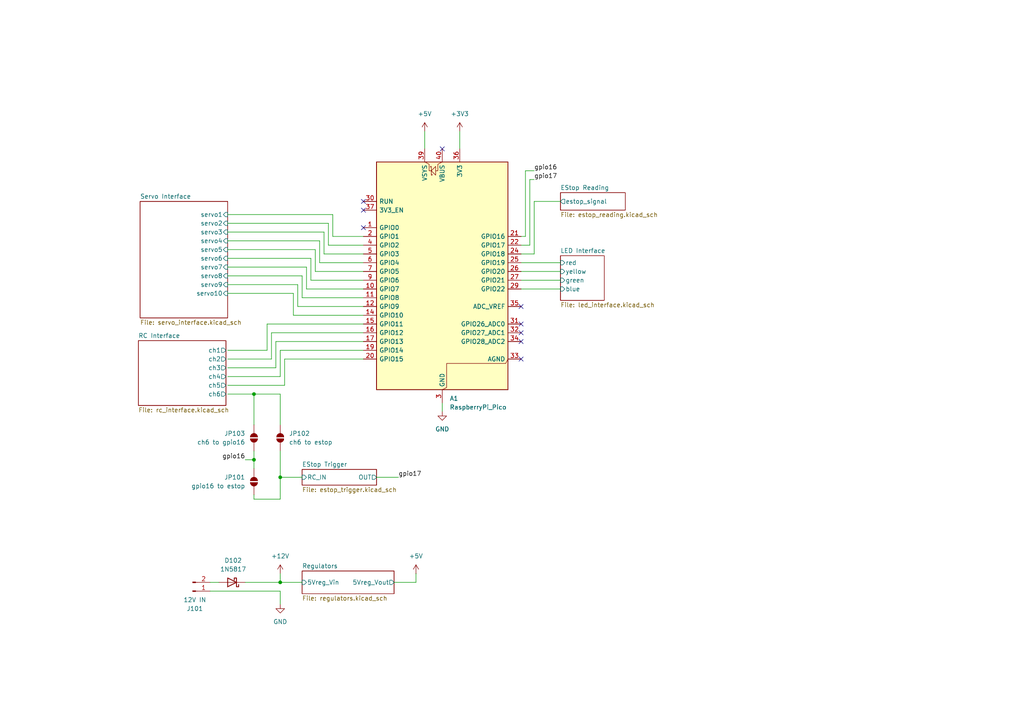
<source format=kicad_sch>
(kicad_sch (version 20250114) (generator "eeschema") (generator_version "9.0")
  (paper "A4")
  (lib_symbols
    (symbol "Connector:Conn_01x02_Pin" (pin_names (offset 1.016) (hide yes))
      (property "Reference" "J" (at 0 2.54 0))
      (property "Value" "Conn_01x02_Pin" (at 0 -5.08 0))
      (symbol "Conn_01x02_Pin_1_1"
        (rectangle (start 0.8636 0.127) (end 0 -0.127) (stroke (width 0.1524)) (fill (type outline)))
        (rectangle (start 0.8636 -2.413) (end 0 -2.667) (stroke (width 0.1524)) (fill (type outline)))
        (polyline (pts (xy 1.27 0) (xy 0.8636 0)) (stroke (width 0.1524)))
        (polyline (pts (xy 1.27 -2.54) (xy 0.8636 -2.54)) (stroke (width 0.1524)))
        (pin passive line (at 5.08 0 180) (length 3.81) (name "Pin_1") (number "1"))
        (pin passive line (at 5.08 -2.54 180) (length 3.81) (name "Pin_2") (number "2"))
      )
    )
    (symbol "Diode:1N5817" (pin_numbers (hide yes)) (pin_names (offset 1.016) (hide yes))
      (property "Reference" "D" (at 0 2.54 0))
      (property "Value" "1N5817" (at 0 -2.54 0))
      (symbol "1N5817_0_1"
        (polyline (pts (xy -1.905 0.635) (xy -1.905 1.27) (xy -1.27 1.27) (xy -1.27 -1.27) (xy -0.635 -1.27) (xy -0.635 -0.635)) (stroke (width 0.254)))
        (polyline (pts (xy 1.27 1.27) (xy 1.27 -1.27) (xy -1.27 0) (xy 1.27 1.27)) (stroke (width 0.254)))
        (polyline (pts (xy 1.27 0) (xy -1.27 0)))
      )
      (symbol "1N5817_1_1"
        (pin passive line (at -3.81 0 0) (length 2.54) (name "K") (number "1"))
        (pin passive line (at 3.81 0 180) (length 2.54) (name "A") (number "2"))
      )
    )
    (symbol "Jumper:SolderJumper_2_Open" (pin_numbers (hide yes)) (pin_names (offset 0) (hide yes)) (in_bom no)
      (property "Reference" "JP" (at 0 2.032 0))
      (property "Value" "SolderJumper_2_Open" (at 0 -2.54 0))
      (symbol "SolderJumper_2_Open_0_1"
        (polyline (pts (xy -0.254 1.016) (xy -0.254 -1.016)))
        (arc (start -0.254 -1.016) (mid -1.2656 0) (end -0.254 1.016))
        (arc (start -0.254 -1.016) (mid -1.2656 0) (end -0.254 1.016) (fill (type outline)))
        (arc (start 0.254 1.016) (mid 1.2656 0) (end 0.254 -1.016))
        (arc (start 0.254 1.016) (mid 1.2656 0) (end 0.254 -1.016) (fill (type outline)))
        (polyline (pts (xy 0.254 1.016) (xy 0.254 -1.016)))
      )
      (symbol "SolderJumper_2_Open_1_1"
        (pin passive line (at -3.81 0 0) (length 2.54) (name "A") (number "1"))
        (pin passive line (at 3.81 0 180) (length 2.54) (name "B") (number "2"))
      )
    )
    (symbol "MCU_Module:RaspberryPi_Pico" (pin_names (offset 0.762))
      (property "Reference" "A" (at -19.05 35.56 0))
      (property "Value" "RaspberryPi_Pico" (at 7.62 35.56 0))
      (symbol "RaspberryPi_Pico_0_1"
        (rectangle (start -19.05 34.29) (end 19.05 -31.75) (stroke (width 0.254)) (fill (type background)))
        (polyline (pts (xy -5.08 34.29) (xy -3.81 33.655) (xy -3.81 31.75) (xy -3.175 31.75)))
        (polyline (pts (xy -3.429 32.766) (xy -3.429 33.02) (xy -3.175 33.02) (xy -3.175 30.48) (xy -2.921 30.48) (xy -2.921 30.734)))
        (polyline (pts (xy -3.175 31.75) (xy -1.905 33.02) (xy -1.905 30.48) (xy -3.175 31.75)))
        (polyline (pts (xy 0 34.29) (xy -1.27 33.655) (xy -1.27 31.75) (xy -1.905 31.75)))
        (polyline (pts (xy 0 -31.75) (xy 1.27 -31.115) (xy 1.27 -24.13) (xy 18.415 -24.13) (xy 19.05 -22.86)))
      )
      (symbol "RaspberryPi_Pico_1_1"
        (pin passive line (at -22.86 22.86 0) (length 3.81) (name "RUN") (number "30"))
        (pin passive line (at -22.86 20.32 0) (length 3.81) (name "3V3_EN") (number "37"))
        (pin bidirectional line (at -22.86 15.24 0) (length 3.81) (name "GPIO0") (number "1"))
        (pin bidirectional line (at -22.86 12.7 0) (length 3.81) (name "GPIO1") (number "2"))
        (pin bidirectional line (at -22.86 10.16 0) (length 3.81) (name "GPIO2") (number "4"))
        (pin bidirectional line (at -22.86 7.62 0) (length 3.81) (name "GPIO3") (number "5"))
        (pin bidirectional line (at -22.86 5.08 0) (length 3.81) (name "GPIO4") (number "6"))
        (pin bidirectional line (at -22.86 2.54 0) (length 3.81) (name "GPIO5") (number "7"))
        (pin bidirectional line (at -22.86 0 0) (length 3.81) (name "GPIO6") (number "9"))
        (pin bidirectional line (at -22.86 -2.54 0) (length 3.81) (name "GPIO7") (number "10"))
        (pin bidirectional line (at -22.86 -5.08 0) (length 3.81) (name "GPIO8") (number "11"))
        (pin bidirectional line (at -22.86 -7.62 0) (length 3.81) (name "GPIO9") (number "12"))
        (pin bidirectional line (at -22.86 -10.16 0) (length 3.81) (name "GPIO10") (number "14"))
        (pin bidirectional line (at -22.86 -12.7 0) (length 3.81) (name "GPIO11") (number "15"))
        (pin bidirectional line (at -22.86 -15.24 0) (length 3.81) (name "GPIO12") (number "16"))
        (pin bidirectional line (at -22.86 -17.78 0) (length 3.81) (name "GPIO13") (number "17"))
        (pin bidirectional line (at -22.86 -20.32 0) (length 3.81) (name "GPIO14") (number "19"))
        (pin bidirectional line (at -22.86 -22.86 0) (length 3.81) (name "GPIO15") (number "20"))
        (pin power_in line (at -5.08 38.1 270) (length 3.81) (name "VSYS") (number "39"))
        (pin power_out line (at 0 38.1 270) (length 3.81) (name "VBUS") (number "40"))
        (pin passive line (at 0 -35.56 90) (length 3.81) (hide yes) (name "GND") (number "13"))
        (pin passive line (at 0 -35.56 90) (length 3.81) (hide yes) (name "GND") (number "18"))
        (pin passive line (at 0 -35.56 90) (length 3.81) (hide yes) (name "GND") (number "23"))
        (pin passive line (at 0 -35.56 90) (length 3.81) (hide yes) (name "GND") (number "28"))
        (pin power_out line (at 0 -35.56 90) (length 3.81) (name "GND") (number "3"))
        (pin passive line (at 0 -35.56 90) (length 3.81) (hide yes) (name "GND") (number "38"))
        (pin passive line (at 0 -35.56 90) (length 3.81) (hide yes) (name "GND") (number "8"))
        (pin power_out line (at 5.08 38.1 270) (length 3.81) (name "3V3") (number "36"))
        (pin bidirectional line (at 22.86 12.7 180) (length 3.81) (name "GPIO16") (number "21"))
        (pin bidirectional line (at 22.86 10.16 180) (length 3.81) (name "GPIO17") (number "22"))
        (pin bidirectional line (at 22.86 7.62 180) (length 3.81) (name "GPIO18") (number "24"))
        (pin bidirectional line (at 22.86 5.08 180) (length 3.81) (name "GPIO19") (number "25"))
        (pin bidirectional line (at 22.86 2.54 180) (length 3.81) (name "GPIO20") (number "26"))
        (pin bidirectional line (at 22.86 0 180) (length 3.81) (name "GPIO21") (number "27"))
        (pin bidirectional line (at 22.86 -2.54 180) (length 3.81) (name "GPIO22") (number "29"))
        (pin power_in line (at 22.86 -7.62 180) (length 3.81) (name "ADC_VREF") (number "35"))
        (pin bidirectional line (at 22.86 -12.7 180) (length 3.81) (name "GPIO26_ADC0") (number "31"))
        (pin bidirectional line (at 22.86 -15.24 180) (length 3.81) (name "GPIO27_ADC1") (number "32"))
        (pin bidirectional line (at 22.86 -17.78 180) (length 3.81) (name "GPIO28_ADC2") (number "34"))
        (pin power_out line (at 22.86 -22.86 180) (length 3.81) (name "AGND") (number "33"))
      )
    )
    (symbol "power:+12V" (power) (pin_numbers (hide yes)) (pin_names (offset 0) (hide yes))
      (property "Value" "+12V" (at 0 3.556 0))
      (symbol "+12V_0_1"
        (polyline (pts (xy -0.762 1.27) (xy 0 2.54)))
        (polyline (pts (xy 0 2.54) (xy 0.762 1.27)))
        (polyline (pts (xy 0 0) (xy 0 2.54)))
      )
      (symbol "+12V_1_1"
        (pin power_in line (at 0 0 90) (length 0) (name "~") (number "1"))
      )
    )
    (symbol "power:+3V3" (power) (pin_numbers (hide yes)) (pin_names (offset 0) (hide yes))
      (property "Value" "+3V3" (at 0 3.556 0))
      (symbol "+3V3_0_1"
        (polyline (pts (xy -0.762 1.27) (xy 0 2.54)))
        (polyline (pts (xy 0 2.54) (xy 0.762 1.27)))
        (polyline (pts (xy 0 0) (xy 0 2.54)))
      )
      (symbol "+3V3_1_1"
        (pin power_in line (at 0 0 90) (length 0) (name "~") (number "1"))
      )
    )
    (symbol "power:+5V" (power) (pin_numbers (hide yes)) (pin_names (offset 0) (hide yes))
      (property "Value" "+5V" (at 0 3.556 0))
      (symbol "+5V_0_1"
        (polyline (pts (xy -0.762 1.27) (xy 0 2.54)))
        (polyline (pts (xy 0 2.54) (xy 0.762 1.27)))
        (polyline (pts (xy 0 0) (xy 0 2.54)))
      )
      (symbol "+5V_1_1"
        (pin power_in line (at 0 0 90) (length 0) (name "~") (number "1"))
      )
    )
    (symbol "power:GND" (power) (pin_numbers (hide yes)) (pin_names (offset 0) (hide yes))
      (property "Value" "GND" (at 0 -3.81 0))
      (symbol "GND_0_1"
        (polyline (pts (xy 0 0) (xy 0 -1.27) (xy 1.27 -1.27) (xy 0 -2.54) (xy -1.27 -1.27) (xy 0 -1.27)))
      )
      (symbol "GND_1_1"
        (pin power_in line (at 0 0 270) (length 0) (name "~") (number "1"))
      )
    )
  )
  (junction (at 73.66 133.35))
  (junction (at 81.28 138.43))
  (junction (at 73.66 114.3))
  (junction (at 81.28 168.91))
  (no_connect (at 151.13 93.98))
  (no_connect (at 151.13 88.9))
  (no_connect (at 105.41 66.04))
  (no_connect (at 128.27 43.18))
  (no_connect (at 151.13 99.06))
  (no_connect (at 151.13 96.52))
  (no_connect (at 105.41 58.42))
  (no_connect (at 151.13 104.14))
  (no_connect (at 105.41 60.96))
  (wire (pts (xy 152.4 49.53) (xy 154.94 49.53)))
  (wire (pts (xy 66.04 82.55) (xy 86.36 82.55)))
  (wire (pts (xy 151.13 81.28) (xy 162.56 81.28)))
  (wire (pts (xy 154.94 73.66) (xy 154.94 58.42)))
  (wire (pts (xy 81.28 166.37) (xy 81.28 168.91)))
  (wire (pts (xy 78.74 96.52) (xy 105.41 96.52)))
  (wire (pts (xy 151.13 78.74) (xy 162.56 78.74)))
  (wire (pts (xy 93.98 67.31) (xy 66.04 67.31)))
  (wire (pts (xy 120.65 166.37) (xy 120.65 168.91)))
  (wire (pts (xy 66.04 74.93) (xy 90.17 74.93)))
  (wire (pts (xy 85.09 85.09) (xy 66.04 85.09)))
  (wire (pts (xy 87.63 86.36) (xy 105.41 86.36)))
  (wire (pts (xy 152.4 68.58) (xy 152.4 49.53)))
  (wire (pts (xy 91.44 72.39) (xy 91.44 78.74)))
  (wire (pts (xy 66.04 64.77) (xy 95.25 64.77)))
  (wire (pts (xy 66.04 106.68) (xy 80.01 106.68)))
  (wire (pts (xy 82.55 104.14) (xy 105.41 104.14)))
  (wire (pts (xy 73.66 130.81) (xy 73.66 133.35)))
  (wire (pts (xy 151.13 83.82) (xy 162.56 83.82)))
  (wire (pts (xy 66.04 62.23) (xy 96.52 62.23)))
  (wire (pts (xy 77.47 101.6) (xy 77.47 93.98)))
  (wire (pts (xy 88.9 77.47) (xy 88.9 83.82)))
  (wire (pts (xy 81.28 130.81) (xy 81.28 138.43)))
  (wire (pts (xy 153.67 71.12) (xy 151.13 71.12)))
  (wire (pts (xy 151.13 76.2) (xy 162.56 76.2)))
  (wire (pts (xy 93.98 73.66) (xy 93.98 67.31)))
  (wire (pts (xy 91.44 78.74) (xy 105.41 78.74)))
  (wire (pts (xy 77.47 93.98) (xy 105.41 93.98)))
  (wire (pts (xy 92.71 69.85) (xy 92.71 76.2)))
  (wire (pts (xy 96.52 62.23) (xy 96.52 68.58)))
  (wire (pts (xy 105.41 73.66) (xy 93.98 73.66)))
  (wire (pts (xy 88.9 83.82) (xy 105.41 83.82)))
  (wire (pts (xy 154.94 52.07) (xy 153.67 52.07)))
  (wire (pts (xy 80.01 106.68) (xy 80.01 99.06)))
  (wire (pts (xy 66.04 80.01) (xy 87.63 80.01)))
  (wire (pts (xy 81.28 171.45) (xy 81.28 175.26)))
  (wire (pts (xy 123.19 38.1) (xy 123.19 43.18)))
  (wire (pts (xy 151.13 73.66) (xy 154.94 73.66)))
  (wire (pts (xy 80.01 99.06) (xy 105.41 99.06)))
  (wire (pts (xy 73.66 114.3) (xy 73.66 123.19)))
  (wire (pts (xy 66.04 101.6) (xy 77.47 101.6)))
  (wire (pts (xy 153.67 52.07) (xy 153.67 71.12)))
  (wire (pts (xy 81.28 144.78) (xy 81.28 138.43)))
  (wire (pts (xy 128.27 116.84) (xy 128.27 119.38)))
  (wire (pts (xy 66.04 109.22) (xy 81.28 109.22)))
  (wire (pts (xy 96.52 68.58) (xy 105.41 68.58)))
  (wire (pts (xy 86.36 88.9) (xy 105.41 88.9)))
  (wire (pts (xy 73.66 144.78) (xy 81.28 144.78)))
  (wire (pts (xy 81.28 101.6) (xy 105.41 101.6)))
  (wire (pts (xy 66.04 77.47) (xy 88.9 77.47)))
  (wire (pts (xy 71.12 168.91) (xy 81.28 168.91)))
  (wire (pts (xy 86.36 82.55) (xy 86.36 88.9)))
  (wire (pts (xy 81.28 168.91) (xy 87.63 168.91)))
  (wire (pts (xy 90.17 74.93) (xy 90.17 81.28)))
  (wire (pts (xy 66.04 72.39) (xy 91.44 72.39)))
  (wire (pts (xy 60.96 171.45) (xy 81.28 171.45)))
  (wire (pts (xy 151.13 68.58) (xy 152.4 68.58)))
  (wire (pts (xy 66.04 114.3) (xy 73.66 114.3)))
  (wire (pts (xy 66.04 104.14) (xy 78.74 104.14)))
  (wire (pts (xy 133.35 38.1) (xy 133.35 43.18)))
  (wire (pts (xy 95.25 71.12) (xy 105.41 71.12)))
  (wire (pts (xy 92.71 76.2) (xy 105.41 76.2)))
  (wire (pts (xy 114.3 168.91) (xy 120.65 168.91)))
  (wire (pts (xy 73.66 133.35) (xy 71.12 133.35)))
  (wire (pts (xy 73.66 114.3) (xy 81.28 114.3)))
  (wire (pts (xy 81.28 114.3) (xy 81.28 123.19)))
  (wire (pts (xy 60.96 168.91) (xy 63.5 168.91)))
  (wire (pts (xy 73.66 133.35) (xy 73.66 135.89)))
  (wire (pts (xy 66.04 111.76) (xy 82.55 111.76)))
  (wire (pts (xy 81.28 138.43) (xy 87.63 138.43)))
  (wire (pts (xy 73.66 143.51) (xy 73.66 144.78)))
  (wire (pts (xy 109.22 138.43) (xy 115.57 138.43)))
  (wire (pts (xy 95.25 64.77) (xy 95.25 71.12)))
  (wire (pts (xy 105.41 91.44) (xy 85.09 91.44)))
  (wire (pts (xy 90.17 81.28) (xy 105.41 81.28)))
  (wire (pts (xy 85.09 91.44) (xy 85.09 85.09)))
  (wire (pts (xy 154.94 58.42) (xy 162.56 58.42)))
  (wire (pts (xy 87.63 80.01) (xy 87.63 86.36)))
  (wire (pts (xy 66.04 69.85) (xy 92.71 69.85)))
  (wire (pts (xy 78.74 104.14) (xy 78.74 96.52)))
  (wire (pts (xy 82.55 111.76) (xy 82.55 104.14)))
  (wire (pts (xy 81.28 109.22) (xy 81.28 101.6)))
  (label "gpio16" (at 71.12 133.35 180))
  (label "gpio17" (at 154.94 52.07 0))
  (label "gpio16" (at 154.94 49.53 0))
  (label "gpio17" (at 115.57 138.43 0))
  (symbol (lib_id "Jumper:SolderJumper_2_Open") (at 81.28 127 270) (unit 1) (in_bom no)
    (property "Reference" "JP102" (at 83.82 125.7299 90) (effects (justify left)))
    (property "Value" "ch6 to estop" (at 83.82 128.2699 90) (effects (justify left)))
    (property "Footprint" "Jumper:SolderJumper-2_P1.3mm_Open_RoundedPad1.0x1.5mm" (effects (hide yes)))
    (property "Description" "Solder Jumper, 2-pole, open" (effects (hide yes)))
  )
  (symbol (lib_id "MCU_Module:RaspberryPi_Pico") (at 128.27 81.28 0) (unit 1)
    (property "Reference" "A1" (at 130.4133 115.57 0) (effects (justify left)))
    (property "Value" "RaspberryPi_Pico" (at 130.4133 118.11 0) (effects (justify left)))
    (property "Footprint" "Module:RaspberryPi_Pico_Common_Unspecified" (effects (hide yes)))
    (property "Datasheet" "https://datasheets.raspberrypi.com/pico/pico-datasheet.pdf" (effects (hide yes)))
    (property "Description" "Versatile and inexpensive microcontroller module powered by RP2040 dual-core Arm Cortex-M0+ processor up to 133 MHz, 264kB SRAM, 2MB QSPI flash; also supports Raspberry Pi Pico 2" (effects (hide yes)))
  )
  (symbol (lib_id "Jumper:SolderJumper_2_Open") (at 73.66 139.7 90) (mirror x) (unit 1) (in_bom no)
    (property "Reference" "JP101" (at 71.12 138.4299 90) (effects (justify left)))
    (property "Value" "gpio16 to estop" (at 71.12 140.9699 90) (effects (justify left)))
    (property "Footprint" "Jumper:SolderJumper-2_P1.3mm_Open_RoundedPad1.0x1.5mm" (effects (hide yes)))
    (property "Description" "Solder Jumper, 2-pole, open" (effects (hide yes)))
  )
  (symbol (lib_id "power:+12V") (at 81.28 166.37 0) (unit 1)
    (property "Reference" "#PWR0104" (effects (hide yes)))
    (property "Value" "+12V" (at 81.28 161.29 0))
    (property "Description" "Power symbol creates a global label with name \"+12V\"" (effects (hide yes)))
  )
  (symbol (lib_id "Diode:1N5817") (at 67.31 168.91 180) (unit 1)
    (property "Reference" "D102" (at 67.6275 162.56 0))
    (property "Value" "1N5817" (at 67.6275 165.1 0))
    (property "Footprint" "Diode_THT:D_DO-41_SOD81_P10.16mm_Horizontal" (effects (hide yes)))
    (property "Datasheet" "http://www.vishay.com/docs/88525/1n5817.pdf" (effects (hide yes)))
    (property "Description" "20V 1A Schottky Barrier Rectifier Diode, DO-41" (effects (hide yes)))
  )
  (symbol (lib_id "power:GND") (at 128.27 119.38 0) (unit 1)
    (property "Reference" "#PWR0102" (effects (hide yes)))
    (property "Value" "GND" (at 128.27 124.46 0))
    (property "Description" "Power symbol creates a global label with name \"GND\" , ground" (effects (hide yes)))
  )
  (symbol (lib_id "power:GND") (at 81.28 175.26 0) (unit 1)
    (property "Reference" "#PWR0103" (effects (hide yes)))
    (property "Value" "GND" (at 81.28 180.34 0))
    (property "Description" "Power symbol creates a global label with name \"GND\" , ground" (effects (hide yes)))
  )
  (symbol (lib_id "power:+5V") (at 123.19 38.1 0) (unit 1)
    (property "Reference" "#PWR0106" (effects (hide yes)))
    (property "Value" "+5V" (at 123.19 33.02 0))
    (property "Description" "Power symbol creates a global label with name \"+5V\"" (effects (hide yes)))
  )
  (symbol (lib_id "power:+3V3") (at 133.35 38.1 0) (unit 1)
    (property "Reference" "#PWR0101" (effects (hide yes)))
    (property "Value" "+3V3" (at 133.35 33.02 0))
    (property "Description" "Power symbol creates a global label with name \"+3V3\"" (effects (hide yes)))
  )
  (symbol (lib_id "power:+5V") (at 120.65 166.37 0) (unit 1)
    (property "Reference" "#PWR0105" (effects (hide yes)))
    (property "Value" "+5V" (at 120.65 161.29 0))
    (property "Description" "Power symbol creates a global label with name \"+5V\"" (effects (hide yes)))
  )
  (symbol (lib_id "Jumper:SolderJumper_2_Open") (at 73.66 127 90) (mirror x) (unit 1) (in_bom no)
    (property "Reference" "JP103" (at 71.12 125.7299 90) (effects (justify left)))
    (property "Value" "ch6 to gpio16" (at 71.12 128.2699 90) (effects (justify left)))
    (property "Footprint" "Jumper:SolderJumper-2_P1.3mm_Open_RoundedPad1.0x1.5mm" (effects (hide yes)))
    (property "Description" "Solder Jumper, 2-pole, open" (effects (hide yes)))
  )
  (symbol (lib_id "Connector:Conn_01x02_Pin") (at 55.88 171.45 0) (mirror x) (unit 1)
    (property "Reference" "J101" (at 56.515 176.53 0))
    (property "Value" "12V IN" (at 56.515 173.99 0))
    (property "Footprint" "Connector_AMASS:AMASS_XT30PW-M_1x02_P2.50mm_Horizontal" (effects (hide yes)))
    (property "Description" "Generic connector, single row, 01x02, script generated" (effects (hide yes)))
  )
  (sheet (at 162.56 74.168) (size 12.7 12.954) (stroke (width 0.1524))
    (property "Sheetname" "LED Interface" (at 162.56 73.4564 0) (effects (justify left bottom)))
    (property "Sheetfile" "led_interface.kicad_sch" (at 162.56 87.7066 0) (effects (justify left top)))
    (pin "blue" input (at 162.56 83.82 180))
    (pin "green" input (at 162.56 81.28 180))
    (pin "red" input (at 162.56 76.2 180))
    (pin "yellow" input (at 162.56 78.74 180))
  )
  (sheet (at 87.63 136.144) (size 21.59 4.572) (stroke (width 0.1524))
    (property "Sheetname" "EStop Trigger" (at 87.63 135.4324 0) (effects (justify left bottom)))
    (property "Sheetfile" "estop_trigger.kicad_sch" (at 87.63 141.3006 0) (effects (justify left top)))
    (pin "RC_IN" input (at 87.63 138.43 180))
    (pin "OUT" output (at 109.22 138.43 0))
  )
  (sheet (at 40.132 98.806) (size 25.4 18.796) (stroke (width 0.1524))
    (property "Sheetname" "RC Interface" (at 40.132 98.0944 0) (effects (justify left bottom)))
    (property "Sheetfile" "rc_interface.kicad_sch" (at 40.132 118.1866 0) (effects (justify left top)))
    (pin "ch1" output (at 65.532 101.6 0))
    (pin "ch2" output (at 65.532 104.14 0))
    (pin "ch3" output (at 65.532 106.68 0))
    (pin "ch4" output (at 65.532 109.22 0))
    (pin "ch5" output (at 65.532 111.76 0))
    (pin "ch6" output (at 65.532 114.3 0))
  )
  (sheet (at 162.56 55.88) (size 18.796 5.08) (stroke (width 0.1524))
    (property "Sheetname" "EStop Reading" (at 162.56 55.1684 0) (effects (justify left bottom)))
    (property "Sheetfile" "estop_reading.kicad_sch" (at 162.56 61.5446 0) (effects (justify left top)))
    (pin "estop_signal" output (at 162.56 58.42 180))
  )
  (sheet (at 40.64 58.42) (size 25.4 33.782) (stroke (width 0.1524))
    (property "Sheetname" "Servo Interface" (at 40.64 57.7084 0) (effects (justify left bottom)))
    (property "Sheetfile" "servo_interface.kicad_sch" (at 40.64 92.7866 0) (effects (justify left top)))
    (pin "servo1" input (at 66.04 62.23 0))
    (pin "servo2" input (at 66.04 64.77 0))
    (pin "servo3" input (at 66.04 67.31 0))
    (pin "servo4" input (at 66.04 69.85 0))
    (pin "servo5" input (at 66.04 72.39 0))
    (pin "servo6" input (at 66.04 74.93 0))
    (pin "servo7" input (at 66.04 77.47 0))
    (pin "servo8" input (at 66.04 80.01 0))
    (pin "servo9" input (at 66.04 82.55 0))
    (pin "servo10" input (at 66.04 85.09 0))
  )
  (sheet (at 87.63 165.608) (size 26.67 6.604) (stroke (width 0.1524))
    (property "Sheetname" "Regulators" (at 87.63 164.8964 0) (effects (justify left bottom)))
    (property "Sheetfile" "regulators.kicad_sch" (at 87.63 172.7966 0) (effects (justify left top)))
    (pin "5Vreg_Vin" input (at 87.63 168.91 180))
    (pin "5Vreg_Vout" output (at 114.3 168.91 0))
  )
)
</source>
